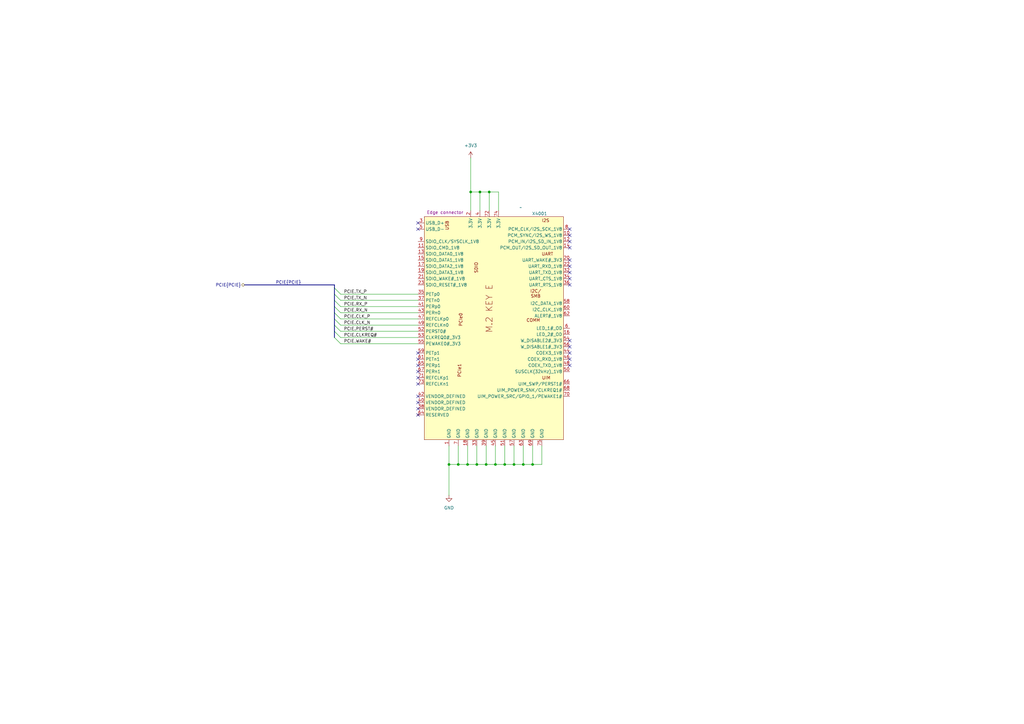
<source format=kicad_sch>
(kicad_sch (version 20231120) (generator "eeschema") (generator_version "8.0")
  (paper "A3")
  (lib_symbols
    (symbol "bt_connector:M.2_E key"
      (property "Reference" "X?" (at 13.208 37.846 0))
      (property "CPN" "Edge connector" (at -0.762 -1.27 90))
      (symbol "M.2_E key_0_0"
        (pin power_in line (at -20.32 -57.15 90) (length 2.54) (name "GND") (number "1"))
        (pin bidirectional line (at 29.21 -11.43 180) (length 2.54) (name "LED_2#_OD") (number "16"))
        (pin power_in line (at -12.7 -57.15 90) (length 2.54) (name "GND") (number "18"))
        (pin power_in line (at -11.43 39.37 270) (length 2.54) (name "3.3V") (number "2"))
        (pin bidirectional line (at -33.02 34.29 0) (length 2.54) (name "USB_D+") (number "3"))
        (pin power_in line (at -8.89 -57.15 90) (length 2.54) (name "GND") (number "33"))
        (pin bidirectional line (at -33.02 5.08 0) (length 2.54) (name "PETp0") (number "35"))
        (pin bidirectional line (at -33.02 2.54 0) (length 2.54) (name "PETn0") (number "37"))
        (pin bidirectional line (at -33.02 -41.91 0) (length 2.54) (name "VENDOR_DEFINED") (number "38"))
        (pin power_in line (at -7.62 39.37 270) (length 2.54) (name "3.3V") (number "4"))
        (pin bidirectional line (at -33.02 31.75 0) (length 2.54) (name "USB_D-") (number "5"))
        (pin bidirectional line (at 29.21 -8.89 180) (length 2.54) (name "LED_1#_OD") (number "6"))
        (pin power_in line (at -16.51 -57.15 90) (length 2.54) (name "GND") (number "7"))
      )
      (symbol "M.2_E key_1_0"
        (pin bidirectional line (at 29.21 29.21 180) (length 2.54) (name "PCM_SYNC/I2S_WS_1V8") (number "10"))
        (pin bidirectional line (at -33.02 24.13 0) (length 2.54) (name "SDIO_CMD_1V8") (number "11"))
        (pin bidirectional line (at 29.21 26.67 180) (length 2.54) (name "PCM_IN/I2S_SD_IN_1V8") (number "12"))
        (pin bidirectional line (at -33.02 21.59 0) (length 2.54) (name "SDIO_DATA0_1V8") (number "13"))
        (pin bidirectional line (at 29.21 24.13 180) (length 2.54) (name "PCM_OUT/I2S_SD_OUT_1V8") (number "14"))
        (pin bidirectional line (at -33.02 19.05 0) (length 2.54) (name "SDIO_DATA1_1V8") (number "15"))
        (pin bidirectional line (at -33.02 16.51 0) (length 2.54) (name "SDIO_DATA2_1V8") (number "17"))
        (pin bidirectional line (at -33.02 13.97 0) (length 2.54) (name "SDIO_DATA3_1V8") (number "19"))
        (pin bidirectional line (at 29.21 19.05 180) (length 2.54) (name "UART_WAKE#_3V3") (number "20"))
        (pin bidirectional line (at -33.02 11.43 0) (length 2.54) (name "SDIO_WAKE#_1V8") (number "21"))
        (pin bidirectional line (at 29.21 16.51 180) (length 2.54) (name "UART_RXD_1V8") (number "22"))
        (pin bidirectional line (at -33.02 8.89 0) (length 2.54) (name "SDIO_RESET#_1V8") (number "23"))
        (pin bidirectional line (at 29.21 13.97 180) (length 2.54) (name "UART_TXD_1V8") (number "32"))
        (pin bidirectional line (at 29.21 11.43 180) (length 2.54) (name "UART_CTS_1V8") (number "34"))
        (pin bidirectional line (at 29.21 8.89 180) (length 2.54) (name "UART_RTS_1V8") (number "36"))
        (pin power_in line (at -5.08 -57.15 90) (length 2.54) (name "GND") (number "39"))
        (pin bidirectional line (at -33.02 -39.37 0) (length 2.54) (name "VENDOR_DEFINED") (number "40"))
        (pin bidirectional line (at -33.02 0 0) (length 2.54) (name "PERp0") (number "41"))
        (pin bidirectional line (at -33.02 -36.83 0) (length 2.54) (name "VENDOR_DEFINED") (number "42"))
        (pin bidirectional line (at -33.02 -2.54 0) (length 2.54) (name "PERn0") (number "43"))
        (pin bidirectional line (at 29.21 -19.05 180) (length 2.54) (name "COEX3_1V8") (number "44"))
        (pin power_in line (at -1.27 -57.15 90) (length 2.54) (name "GND") (number "45"))
        (pin bidirectional line (at 29.21 -21.59 180) (length 2.54) (name "COEX_RXD_1V8") (number "46"))
        (pin bidirectional line (at -33.02 -5.08 0) (length 2.54) (name "REFCLKp0") (number "47"))
        (pin bidirectional line (at 29.21 -24.13 180) (length 2.54) (name "COEX_TXD_1V8") (number "48"))
        (pin bidirectional line (at -33.02 -7.62 0) (length 2.54) (name "REFCLKn0") (number "49"))
        (pin bidirectional line (at 29.21 -26.67 180) (length 2.54) (name "SUSCLK(32kHz)_1V8") (number "50"))
        (pin power_in line (at 2.54 -57.15 90) (length 2.54) (name "GND") (number "51"))
        (pin bidirectional line (at -33.02 -10.16 0) (length 2.54) (name "PERST0#") (number "52"))
        (pin bidirectional line (at -33.02 -12.7 0) (length 2.54) (name "CLKREQ0#_3V3") (number "53"))
        (pin bidirectional line (at 29.21 -13.97 180) (length 2.54) (name "W_DISABLE2#_3V3") (number "54"))
        (pin bidirectional line (at -33.02 -15.24 0) (length 2.54) (name "PEWAKE0#_3V3") (number "55"))
        (pin bidirectional line (at 29.21 -16.51 180) (length 2.54) (name "W_DISABLE1#_3V3") (number "56"))
        (pin power_in line (at 6.35 -57.15 90) (length 2.54) (name "GND") (number "57"))
        (pin bidirectional line (at 29.21 1.27 180) (length 2.54) (name "I2C_DATA_1V8") (number "58"))
        (pin bidirectional line (at -33.02 -19.05 0) (length 2.54) (name "PETp1") (number "59"))
        (pin bidirectional line (at 29.21 -1.27 180) (length 2.54) (name "I2C_CLK_1V8") (number "60"))
        (pin bidirectional line (at -33.02 -21.59 0) (length 2.54) (name "PETn1") (number "61"))
        (pin bidirectional line (at 29.21 -3.81 180) (length 2.54) (name "ALERT#_1V8") (number "62"))
        (pin power_in line (at 10.16 -57.15 90) (length 2.54) (name "GND") (number "63"))
        (pin no_connect line (at -33.02 -44.45 0) (length 2.54) (name "RESERVED") (number "64"))
        (pin bidirectional line (at -33.02 -24.13 0) (length 2.54) (name "PERp1") (number "65"))
        (pin bidirectional line (at 29.21 -31.75 180) (length 2.54) (name "UIM_SWP/PERST1#") (number "66"))
        (pin bidirectional line (at -33.02 -26.67 0) (length 2.54) (name "PERn1") (number "67"))
        (pin bidirectional line (at 29.21 -34.29 180) (length 2.54) (name "UIM_POWER_SNK/CLKREQ1#") (number "68"))
        (pin power_in line (at 13.97 -57.15 90) (length 2.54) (name "GND") (number "69"))
        (pin bidirectional line (at 29.21 -36.83 180) (length 2.54) (name "UIM_POWER_SRC/GPIO_1/PEWAKE1#") (number "70"))
        (pin passive line (at -33.02 -29.21 0) (length 2.54) (name "REFCLKp1") (number "71"))
        (pin power_in line (at -3.81 39.37 270) (length 2.54) (name "3.3V") (number "72"))
        (pin bidirectional line (at -33.02 -31.75 0) (length 2.54) (name "REFCLKn1") (number "73"))
        (pin power_in line (at 0 39.37 270) (length 2.54) (name "3.3V") (number "74"))
        (pin power_in line (at 17.78 -57.15 90) (length 2.54) (name "GND") (number "75"))
        (pin bidirectional line (at 29.21 31.75 180) (length 2.54) (name "PCM_CLK/I2S_SCK_1V8") (number "8"))
        (pin bidirectional line (at -33.02 26.67 0) (length 2.54) (name "SDIO_CLK/SYSCLK_1V8") (number "9"))
      )
      (symbol "M.2_E key_1_1"
        (rectangle (start -30.48 36.83) (end 26.67 -54.61) (fill (type background)))
        (text "COMM" (at 14.224 -5.588 0) (effects (font (size 1.27 1.27))))
        (text "I2C/\nSMB" (at 15.24 5.334 0) (effects (font (size 1.27 1.27))))
        (text "I2S" (at 19.304 35.306 0) (effects (font (size 1.27 1.27))))
        (text "M.2 KEY E" (at -3.81 -0.762 900) (effects (font (size 2.56 2.56))))
        (text "PCIe0" (at -15.494 -5.334 900) (effects (font (size 1.27 1.27))))
        (text "PCIe1" (at -16.002 -26.162 900) (effects (font (size 1.27 1.27))))
        (text "SDIO" (at -9.144 16.002 900) (effects (font (size 1.27 1.27))))
        (text "UART" (at 20.066 21.59 0) (effects (font (size 1.27 1.27))))
        (text "UIM" (at 19.558 -29.21 0) (effects (font (size 1.27 1.27))))
        (text "USB" (at -21.082 33.274 900) (effects (font (size 1.27 1.27))))
      )
    )
    (symbol "power:+3.3V" (power) (pin_numbers hide) (pin_names (offset 0) hide)
      (property "Value" "+3.3V" (at 0 3.556 0))
      (symbol "+3.3V_0_1"
        (polyline (pts (xy -0.762 1.27) (xy 0 2.54)))
        (polyline (pts (xy 0 0) (xy 0 2.54)))
        (polyline (pts (xy 0 2.54) (xy 0.762 1.27)))
      )
      (symbol "+3.3V_1_1"
        (pin power_in line (at 0 0 90) (length 0) (name "~") (number "1"))
      )
    )
    (symbol "power:GND" (power) (pin_numbers hide) (pin_names (offset 0) hide)
      (property "Value" "GND" (at 0 -3.81 0))
      (symbol "GND_0_1"
        (polyline (pts (xy 0 0) (xy 0 -1.27) (xy 1.27 -1.27) (xy 0 -2.54) (xy -1.27 -1.27) (xy 0 -1.27)))
      )
      (symbol "GND_1_1"
        (pin power_in line (at 0 0 270) (length 0) (name "~") (number "1"))
      )
    )
  )
  (junction (at 218.44 190.5))
  (junction (at 210.82 190.5))
  (junction (at 200.66 78.74))
  (junction (at 191.77 190.5))
  (junction (at 207.01 190.5))
  (junction (at 193.04 78.74))
  (junction (at 184.15 190.5))
  (junction (at 199.39 190.5))
  (junction (at 195.58 190.5))
  (junction (at 187.96 190.5))
  (junction (at 196.85 78.74))
  (junction (at 214.63 190.5))
  (junction (at 203.2 190.5))
  (no_connect (at 233.68 144.78))
  (no_connect (at 233.68 99.06))
  (no_connect (at 233.68 101.6))
  (no_connect (at 171.45 167.64))
  (no_connect (at 233.68 139.7))
  (no_connect (at 171.45 144.78))
  (no_connect (at 171.45 152.4))
  (no_connect (at 171.45 157.48))
  (no_connect (at 171.45 91.44))
  (no_connect (at 233.68 114.3))
  (no_connect (at 233.68 116.84))
  (no_connect (at 171.45 154.94))
  (no_connect (at 233.68 147.32))
  (no_connect (at 171.45 149.86))
  (no_connect (at 233.68 109.22))
  (no_connect (at 233.68 96.52))
  (no_connect (at 233.68 111.76))
  (no_connect (at 171.45 93.98))
  (no_connect (at 233.68 93.98))
  (no_connect (at 233.68 106.68))
  (no_connect (at 171.45 162.56))
  (no_connect (at 171.45 165.1))
  (no_connect (at 171.45 147.32))
  (no_connect (at 171.45 170.18))
  (no_connect (at 233.68 149.86))
  (no_connect (at 233.68 142.24))
  (bus_entry (at 137.16 125.73) (size 2.54 2.54))
  (bus_entry (at 137.16 138.43) (size 2.54 2.54))
  (bus_entry (at 137.16 118.11) (size 2.54 2.54))
  (bus_entry (at 137.16 133.35) (size 2.54 2.54))
  (bus_entry (at 137.16 120.65) (size 2.54 2.54))
  (bus_entry (at 137.16 130.81) (size 2.54 2.54))
  (bus_entry (at 137.16 128.27) (size 2.54 2.54))
  (bus_entry (at 137.16 135.89) (size 2.54 2.54))
  (bus_entry (at 137.16 123.19) (size 2.54 2.54))
  (wire (pts (xy 187.96 190.5) (xy 191.77 190.5)))
  (wire (pts (xy 139.7 135.89) (xy 171.45 135.89)))
  (wire (pts (xy 196.85 78.74) (xy 200.66 78.74)))
  (wire (pts (xy 199.39 182.88) (xy 199.39 190.5)))
  (bus (pts (xy 137.16 133.35) (xy 137.16 130.81)))
  (wire (pts (xy 195.58 182.88) (xy 195.58 190.5)))
  (wire (pts (xy 139.7 140.97) (xy 171.45 140.97)))
  (wire (pts (xy 193.04 86.36) (xy 193.04 78.74)))
  (bus (pts (xy 137.16 128.27) (xy 137.16 125.73)))
  (bus (pts (xy 137.16 130.81) (xy 137.16 128.27)))
  (wire (pts (xy 184.15 190.5) (xy 187.96 190.5)))
  (bus (pts (xy 137.16 120.65) (xy 137.16 118.11)))
  (wire (pts (xy 184.15 182.88) (xy 184.15 190.5)))
  (wire (pts (xy 139.7 123.19) (xy 171.45 123.19)))
  (wire (pts (xy 139.7 128.27) (xy 171.45 128.27)))
  (wire (pts (xy 200.66 78.74) (xy 204.47 78.74)))
  (wire (pts (xy 218.44 182.88) (xy 218.44 190.5)))
  (bus (pts (xy 100.33 116.84) (xy 137.16 116.84)))
  (wire (pts (xy 139.7 138.43) (xy 171.45 138.43)))
  (wire (pts (xy 207.01 190.5) (xy 210.82 190.5)))
  (bus (pts (xy 137.16 135.89) (xy 137.16 133.35)))
  (wire (pts (xy 191.77 190.5) (xy 195.58 190.5)))
  (wire (pts (xy 139.7 130.81) (xy 171.45 130.81)))
  (wire (pts (xy 195.58 190.5) (xy 199.39 190.5)))
  (wire (pts (xy 214.63 190.5) (xy 218.44 190.5)))
  (wire (pts (xy 187.96 182.88) (xy 187.96 190.5)))
  (wire (pts (xy 203.2 182.88) (xy 203.2 190.5)))
  (bus (pts (xy 137.16 118.11) (xy 137.16 116.84)))
  (wire (pts (xy 196.85 78.74) (xy 196.85 86.36)))
  (bus (pts (xy 137.16 125.73) (xy 137.16 123.19)))
  (wire (pts (xy 193.04 64.77) (xy 193.04 78.74)))
  (wire (pts (xy 204.47 78.74) (xy 204.47 86.36)))
  (wire (pts (xy 139.7 133.35) (xy 171.45 133.35)))
  (wire (pts (xy 207.01 182.88) (xy 207.01 190.5)))
  (wire (pts (xy 139.7 120.65) (xy 171.45 120.65)))
  (wire (pts (xy 218.44 190.5) (xy 222.25 190.5)))
  (bus (pts (xy 137.16 123.19) (xy 137.16 120.65)))
  (wire (pts (xy 139.7 125.73) (xy 171.45 125.73)))
  (wire (pts (xy 199.39 190.5) (xy 203.2 190.5)))
  (wire (pts (xy 193.04 78.74) (xy 196.85 78.74)))
  (wire (pts (xy 222.25 190.5) (xy 222.25 182.88)))
  (wire (pts (xy 200.66 78.74) (xy 200.66 86.36)))
  (wire (pts (xy 184.15 190.5) (xy 184.15 203.2)))
  (wire (pts (xy 203.2 190.5) (xy 207.01 190.5)))
  (wire (pts (xy 191.77 182.88) (xy 191.77 190.5)))
  (bus (pts (xy 137.16 138.43) (xy 137.16 135.89)))
  (wire (pts (xy 210.82 182.88) (xy 210.82 190.5)))
  (wire (pts (xy 210.82 190.5) (xy 214.63 190.5)))
  (wire (pts (xy 214.63 182.88) (xy 214.63 190.5)))
  (label "PCIE.CLK_N" (at 140.97 133.35 0))
  (label "PCIE.TX_P" (at 140.97 120.65 0))
  (label "PCIE.WAKE#" (at 140.97 140.97 0))
  (label "PCIE.RX_N" (at 140.97 128.27 0))
  (label "PCIE.CLKREQ#" (at 140.97 138.43 0))
  (label "PCIE.CLK_P" (at 140.97 130.81 0))
  (label "PCIE.TX_N" (at 140.97 123.19 0))
  (label "PCIE{PCIE}" (at 113.03 116.84 0))
  (label "PCIE.PERST#" (at 140.97 135.89 0))
  (label "PCIE.RX_P" (at 140.97 125.73 0))
  (hierarchical_label "PCIE{PCIE}" (shape bidirectional) (at 100.33 116.84 180))
  (symbol (lib_id "bt_connector:M.2_E key") (at 204.47 125.73 0) (unit 1)
    (property "Reference" "X4001" (at 218.186 87.63 0) (effects (justify left)))
    (property "Value" "~" (at 213.0141 85.09 0) (effects (justify left)))
    (property "Footprint" "bt_footprints:M.2_KEY_E" (effects (hide yes)))
    (property "CPN" "Edge connector" (at 175.006 87.122 0) (effects (justify left)))
  )
  (symbol (lib_id "power:+3.3V") (at 193.04 64.77 0) (unit 1)
    (property "Reference" "#PWR0402" (effects (hide yes)))
    (property "Value" "+3V3" (at 193.04 59.69 0))
    (property "Description" "Power symbol creates a global label with name \"+3.3V\"" (effects (hide yes)))
  )
  (symbol (lib_id "power:GND") (at 184.15 203.2 0) (unit 1)
    (property "Reference" "#PWR0401" (effects (hide yes)))
    (property "Value" "GND" (at 184.15 208.28 0))
    (property "Description" "Power symbol creates a global label with name \"GND\" , ground" (effects (hide yes)))
  )
)
</source>
